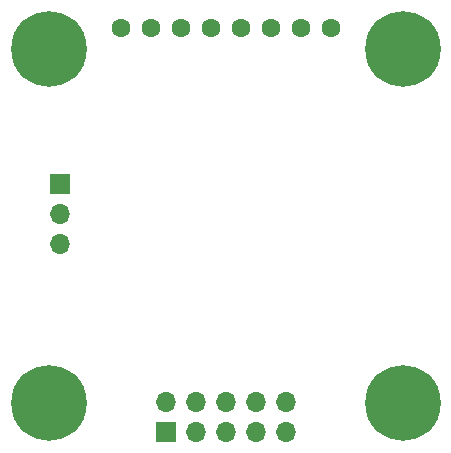
<source format=gbr>
%TF.GenerationSoftware,KiCad,Pcbnew,7.0.7*%
%TF.CreationDate,2024-02-22T12:38:55+00:00*%
%TF.ProjectId,gaugeInterface_rev0,67617567-6549-46e7-9465-72666163655f,rev?*%
%TF.SameCoordinates,Original*%
%TF.FileFunction,Soldermask,Bot*%
%TF.FilePolarity,Negative*%
%FSLAX46Y46*%
G04 Gerber Fmt 4.6, Leading zero omitted, Abs format (unit mm)*
G04 Created by KiCad (PCBNEW 7.0.7) date 2024-02-22 12:38:55*
%MOMM*%
%LPD*%
G01*
G04 APERTURE LIST*
%ADD10C,0.800000*%
%ADD11C,6.400000*%
%ADD12R,1.700000X1.700000*%
%ADD13O,1.700000X1.700000*%
%ADD14C,1.600000*%
G04 APERTURE END LIST*
D10*
%TO.C,H3*%
X32600000Y-35000000D03*
X33302944Y-33302944D03*
X33302944Y-36697056D03*
X35000000Y-32600000D03*
D11*
X35000000Y-35000000D03*
D10*
X35000000Y-37400000D03*
X36697056Y-33302944D03*
X36697056Y-36697056D03*
X37400000Y-35000000D03*
%TD*%
%TO.C,H4*%
X2600000Y-35000000D03*
X3302944Y-33302944D03*
X3302944Y-36697056D03*
X5000000Y-32600000D03*
D11*
X5000000Y-35000000D03*
D10*
X5000000Y-37400000D03*
X6697056Y-33302944D03*
X6697056Y-36697056D03*
X7400000Y-35000000D03*
%TD*%
%TO.C,H1*%
X2600000Y-5000000D03*
X3302944Y-3302944D03*
X3302944Y-6697056D03*
X5000000Y-2600000D03*
D11*
X5000000Y-5000000D03*
D10*
X5000000Y-7400000D03*
X6697056Y-3302944D03*
X6697056Y-6697056D03*
X7400000Y-5000000D03*
%TD*%
D12*
%TO.C,J2*%
X6000000Y-16475000D03*
D13*
X6000000Y-19015000D03*
X6000000Y-21555000D03*
%TD*%
D14*
%TO.C,J3*%
X11110000Y-3200000D03*
X13650000Y-3200000D03*
X16190000Y-3200000D03*
X18730000Y-3200000D03*
X21270000Y-3200000D03*
X23810000Y-3200000D03*
X26350000Y-3200000D03*
X28890000Y-3200000D03*
%TD*%
D10*
%TO.C,H2*%
X32600000Y-5000000D03*
X33302944Y-3302944D03*
X33302944Y-6697056D03*
X35000000Y-2600000D03*
D11*
X35000000Y-5000000D03*
D10*
X35000000Y-7400000D03*
X36697056Y-3302944D03*
X36697056Y-6697056D03*
X37400000Y-5000000D03*
%TD*%
D12*
%TO.C,J1*%
X14920000Y-37460000D03*
D13*
X14920000Y-34920000D03*
X17460000Y-37460000D03*
X17460000Y-34920000D03*
X20000000Y-37460000D03*
X20000000Y-34920000D03*
X22540000Y-37460000D03*
X22540000Y-34920000D03*
X25080000Y-37460000D03*
X25080000Y-34920000D03*
%TD*%
M02*

</source>
